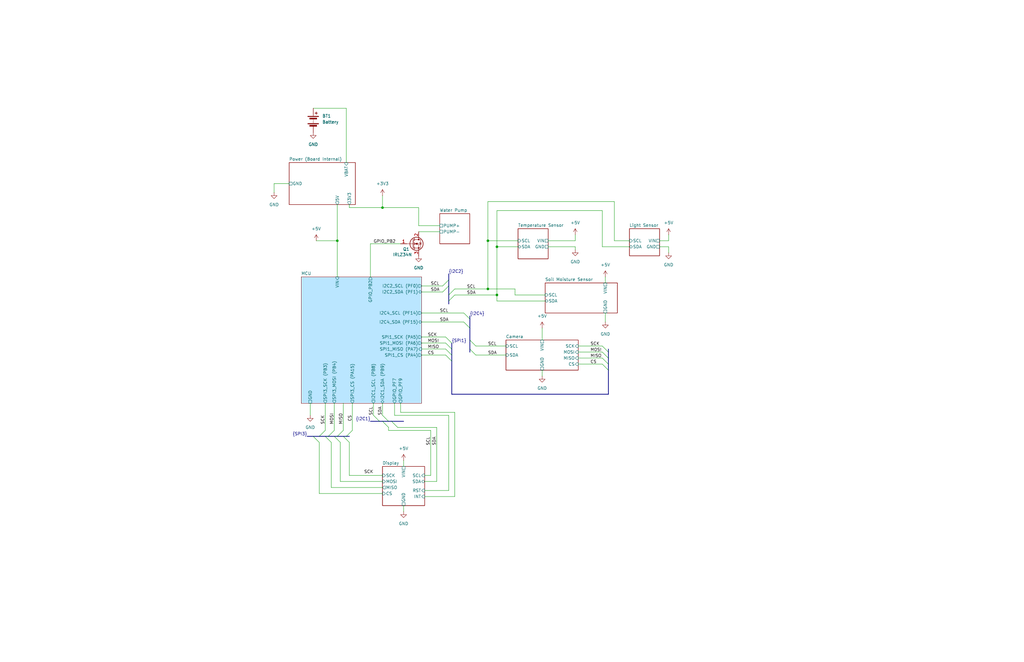
<source format=kicad_sch>
(kicad_sch (version 20231120) (generator "eeschema") (generator_version "8.0")
  (paper "B")
  (title_block (title "Smart Plant Pot") (rev "0.1") (company "Ege Turan") (comment 2 "Stanford, CA 94305") (comment 3 "Electrical Engineering Department") (comment 4 "Stanford University"))
  (lib_symbols
    (symbol "Device:Battery" (pin_numbers hide) (pin_names (offset 0) hide)
      (property "Reference" "BT" (at 2.54 2.54 0))
      (property "Value" "Battery" (at 2.54 0 0))
      (symbol "Battery_0_1"
        (rectangle (start -2.286 -1.27) (end 2.286 -1.524) (fill (type outline)))
        (rectangle (start -2.286 1.778) (end 2.286 1.524) (fill (type outline)))
        (rectangle (start -1.524 -2.032) (end 1.524 -2.54) (fill (type outline)))
        (rectangle (start -1.524 1.016) (end 1.524 0.508) (fill (type outline)))
        (polyline (pts (xy 0 -1.016) (xy 0 -0.762)))
        (polyline (pts (xy 0 -0.508) (xy 0 -0.254)))
        (polyline (pts (xy 0 0) (xy 0 0.254)))
        (polyline (pts (xy 0 1.778) (xy 0 2.54)))
        (polyline (pts (xy 0.762 3.048) (xy 1.778 3.048)) (stroke (width 0.254)))
        (polyline (pts (xy 1.27 3.556) (xy 1.27 2.54)) (stroke (width 0.254)))
      )
      (symbol "Battery_1_1"
        (pin passive line (at 0 5.08 270) (length 2.54) (name "+") (number "1"))
        (pin passive line (at 0 -5.08 90) (length 2.54) (name "-") (number "2"))
      )
    )
    (symbol "Transistor_FET:IRLZ34N" (pin_names hide)
      (property "Reference" "Q" (at 5.08 1.905 0))
      (property "Value" "IRLZ34N" (at 5.08 0 0))
      (symbol "IRLZ34N_0_1"
        (polyline (pts (xy 0.254 0) (xy -2.54 0)))
        (polyline (pts (xy 0.254 1.905) (xy 0.254 -1.905)) (stroke (width 0.254)))
        (polyline (pts (xy 0.762 -1.27) (xy 0.762 -2.286)) (stroke (width 0.254)))
        (polyline (pts (xy 0.762 0.508) (xy 0.762 -0.508)) (stroke (width 0.254)))
        (polyline (pts (xy 0.762 2.286) (xy 0.762 1.27)) (stroke (width 0.254)))
        (polyline (pts (xy 2.54 2.54) (xy 2.54 1.778)))
        (polyline (pts (xy 2.54 -2.54) (xy 2.54 0) (xy 0.762 0)))
        (polyline (pts (xy 0.762 -1.778) (xy 3.302 -1.778) (xy 3.302 1.778) (xy 0.762 1.778)))
        (polyline (pts (xy 1.016 0) (xy 2.032 0.381) (xy 2.032 -0.381) (xy 1.016 0)) (fill (type outline)))
        (polyline (pts (xy 2.794 0.508) (xy 2.921 0.381) (xy 3.683 0.381) (xy 3.81 0.254)))
        (polyline (pts (xy 3.302 0.381) (xy 2.921 -0.254) (xy 3.683 -0.254) (xy 3.302 0.381)))
        (circle (center 1.651 0) (radius 2.794) (stroke (width 0.254)))
        (circle (center 2.54 -1.778) (radius 0.254) (fill (type outline)))
        (circle (center 2.54 1.778) (radius 0.254) (fill (type outline)))
      )
      (symbol "IRLZ34N_1_1"
        (pin input line (at -5.08 0 0) (length 2.54) (name "G") (number "1"))
        (pin passive line (at 2.54 5.08 270) (length 2.54) (name "D") (number "2"))
        (pin passive line (at 2.54 -5.08 90) (length 2.54) (name "S") (number "3"))
      )
    )
    (symbol "power:+3V3" (power) (pin_numbers hide) (pin_names (offset 0) hide)
      (property "Value" "+3V3" (at 0 3.556 0))
      (symbol "+3V3_0_1"
        (polyline (pts (xy -0.762 1.27) (xy 0 2.54)))
        (polyline (pts (xy 0 0) (xy 0 2.54)))
        (polyline (pts (xy 0 2.54) (xy 0.762 1.27)))
      )
      (symbol "+3V3_1_1"
        (pin power_in line (at 0 0 90) (length 0) (name "~") (number "1"))
      )
    )
    (symbol "power:+5V" (power) (pin_numbers hide) (pin_names (offset 0) hide)
      (property "Value" "+5V" (at 0 3.556 0))
      (symbol "+5V_0_1"
        (polyline (pts (xy -0.762 1.27) (xy 0 2.54)))
        (polyline (pts (xy 0 0) (xy 0 2.54)))
        (polyline (pts (xy 0 2.54) (xy 0.762 1.27)))
      )
      (symbol "+5V_1_1"
        (pin power_in line (at 0 0 90) (length 0) (name "~") (number "1"))
      )
    )
    (symbol "power:GND" (power) (pin_numbers hide) (pin_names (offset 0) hide)
      (property "Value" "GND" (at 0 -3.81 0))
      (symbol "GND_0_1"
        (polyline (pts (xy 0 0) (xy 0 -1.27) (xy 1.27 -1.27) (xy 0 -2.54) (xy -1.27 -1.27) (xy 0 -1.27)))
      )
      (symbol "GND_1_1"
        (pin power_in line (at 0 0 270) (length 0) (name "~") (number "1"))
      )
    )
  )
  (bus_alias "" (members))
  (bus_alias "I2C1" (members "SCL" "SDA"))
  (bus_alias "I2C2" (members))
  (bus_alias "I2C4" (members))
  (bus_alias "SPI1" (members "SCK" "MOSI" "MISO" "CS"))
  (bus_alias "SPI3" (members))
  (junction (at 142.24 101.6))
  (junction (at 209.55 104.14))
  (junction (at 205.74 101.6))
  (junction (at 209.55 124.46))
  (junction (at 161.29 87.63))
  (junction (at 205.74 121.92))
  (bus_entry (at 144.78 184.15) (size 2.54 2.54))
  (bus_entry (at 161.29 175.26) (size 2.54 2.54))
  (bus_entry (at 189.23 127) (size 2.54 -2.54))
  (bus_entry (at 189.23 124.46) (size 2.54 -2.54))
  (bus_entry (at 198.12 138.43) (size -2.54 -2.54))
  (bus_entry (at 146.05 184.15) (size 2.54 -2.54))
  (bus_entry (at 142.24 184.15) (size 2.54 -2.54))
  (bus_entry (at 132.08 184.15) (size 2.54 2.54))
  (bus_entry (at 161.29 177.8) (size 2.54 2.54))
  (bus_entry (at 198.12 134.62) (size -2.54 -2.54))
  (bus_entry (at 134.62 184.15) (size 2.54 -2.54))
  (bus_entry (at 256.54 151.13) (size -2.54 -2.54))
  (bus_entry (at 186.69 120.65) (size 2.54 -2.54))
  (bus_entry (at 256.54 153.67) (size -2.54 -2.54))
  (bus_entry (at 190.5 149.86) (size -2.54 -2.54))
  (bus_entry (at 190.5 152.4) (size -2.54 -2.54))
  (bus_entry (at 138.43 184.15) (size 2.54 -2.54))
  (bus_entry (at 157.48 175.26) (size 2.54 2.54))
  (bus_entry (at 137.16 184.15) (size 2.54 2.54))
  (bus_entry (at 256.54 148.59) (size -2.54 -2.54))
  (bus_entry (at 186.69 123.19) (size 2.54 -2.54))
  (bus_entry (at 198.12 147.32) (size 2.54 2.54))
  (bus_entry (at 198.12 143.51) (size 2.54 2.54))
  (bus_entry (at 256.54 156.21) (size -2.54 -2.54))
  (bus_entry (at 140.97 184.15) (size 2.54 2.54))
  (bus_entry (at 165.1 177.8) (size 2.54 2.54))
  (bus_entry (at 190.5 144.78) (size -2.54 -2.54))
  (bus_entry (at 190.5 147.32) (size -2.54 -2.54))
  (bus (pts (xy 156.21 177.8) (xy 160.02 177.8)))
  (bus (pts (xy 189.23 115.57) (xy 189.23 118.11)))
  (wire (pts (xy 140.97 170.18) (xy 140.97 181.61)))
  (wire (pts (xy 143.51 203.2) (xy 161.29 203.2)))
  (wire (pts (xy 191.77 173.99) (xy 191.77 209.55)))
  (bus (pts (xy 190.5 147.32) (xy 190.5 149.86)))
  (wire (pts (xy 265.43 101.6) (xy 259.08 101.6)))
  (bus (pts (xy 189.23 124.46) (xy 189.23 127)))
  (bus (pts (xy 129.54 184.15) (xy 132.08 184.15)))
  (bus (pts (xy 256.54 166.37) (xy 190.5 166.37)))
  (wire (pts (xy 231.14 101.6) (xy 242.57 101.6)))
  (wire (pts (xy 177.8 120.65) (xy 186.69 120.65)))
  (bus (pts (xy 146.05 184.15) (xy 147.32 184.15)))
  (wire (pts (xy 115.57 77.47) (xy 121.92 77.47)))
  (wire (pts (xy 146.05 45.72) (xy 132.08 45.72)))
  (wire (pts (xy 209.55 124.46) (xy 209.55 104.14)))
  (wire (pts (xy 181.61 181.61) (xy 163.83 181.61)))
  (wire (pts (xy 139.7 205.74) (xy 139.7 186.69)))
  (wire (pts (xy 243.84 151.13) (xy 254 151.13)))
  (bus (pts (xy 198.12 143.51) (xy 198.12 147.32)))
  (wire (pts (xy 179.07 200.66) (xy 181.61 200.66)))
  (wire (pts (xy 144.78 170.18) (xy 144.78 181.61)))
  (wire (pts (xy 231.14 104.14) (xy 242.57 104.14)))
  (wire (pts (xy 137.16 170.18) (xy 137.16 181.61)))
  (wire (pts (xy 243.84 153.67) (xy 254 153.67)))
  (bus (pts (xy 190.5 149.86) (xy 190.5 152.4)))
  (bus (pts (xy 137.16 184.15) (xy 138.43 184.15)))
  (wire (pts (xy 228.6 156.21) (xy 228.6 158.75)))
  (wire (pts (xy 177.8 147.32) (xy 187.96 147.32)))
  (bus (pts (xy 190.5 144.78) (xy 190.5 147.32)))
  (wire (pts (xy 281.94 101.6) (xy 281.94 99.06)))
  (bus (pts (xy 256.54 153.67) (xy 256.54 156.21)))
  (wire (pts (xy 243.84 148.59) (xy 254 148.59)))
  (wire (pts (xy 278.13 104.14) (xy 281.94 104.14)))
  (bus (pts (xy 132.08 184.15) (xy 134.62 184.15)))
  (wire (pts (xy 163.83 181.61) (xy 163.83 180.34)))
  (wire (pts (xy 254 88.9) (xy 254 104.14)))
  (wire (pts (xy 242.57 104.14) (xy 242.57 105.41)))
  (wire (pts (xy 161.29 82.55) (xy 161.29 87.63)))
  (bus (pts (xy 163.83 177.8) (xy 165.1 177.8)))
  (wire (pts (xy 278.13 101.6) (xy 281.94 101.6)))
  (wire (pts (xy 209.55 127) (xy 229.87 127)))
  (wire (pts (xy 179.07 209.55) (xy 191.77 209.55)))
  (bus (pts (xy 189.23 120.65) (xy 189.23 124.46)))
  (wire (pts (xy 143.51 203.2) (xy 143.51 186.69)))
  (wire (pts (xy 176.53 87.63) (xy 176.53 95.25)))
  (wire (pts (xy 191.77 124.46) (xy 209.55 124.46)))
  (wire (pts (xy 177.8 135.89) (xy 195.58 135.89)))
  (wire (pts (xy 179.07 203.2) (xy 184.15 203.2)))
  (wire (pts (xy 147.32 200.66) (xy 161.29 200.66)))
  (bus (pts (xy 142.24 184.15) (xy 144.78 184.15)))
  (wire (pts (xy 134.62 208.28) (xy 134.62 186.69)))
  (bus (pts (xy 138.43 184.15) (xy 140.97 184.15)))
  (wire (pts (xy 189.23 175.26) (xy 189.23 207.01)))
  (wire (pts (xy 177.8 149.86) (xy 187.96 149.86)))
  (wire (pts (xy 205.74 101.6) (xy 205.74 121.92)))
  (wire (pts (xy 200.66 146.05) (xy 213.36 146.05)))
  (wire (pts (xy 170.18 194.31) (xy 170.18 196.85)))
  (wire (pts (xy 142.24 86.36) (xy 142.24 101.6)))
  (wire (pts (xy 147.32 200.66) (xy 147.32 186.69)))
  (wire (pts (xy 209.55 124.46) (xy 209.55 127)))
  (bus (pts (xy 140.97 184.15) (xy 142.24 184.15)))
  (wire (pts (xy 166.37 175.26) (xy 189.23 175.26)))
  (bus (pts (xy 198.12 147.32) (xy 198.12 148.59)))
  (bus (pts (xy 198.12 134.62) (xy 198.12 138.43)))
  (bus (pts (xy 144.78 184.15) (xy 146.05 184.15)))
  (bus (pts (xy 256.54 151.13) (xy 256.54 153.67)))
  (wire (pts (xy 161.29 170.18) (xy 161.29 175.26)))
  (bus (pts (xy 256.54 156.21) (xy 256.54 166.37)))
  (wire (pts (xy 255.27 119.38) (xy 255.27 116.84)))
  (wire (pts (xy 205.74 121.92) (xy 191.77 121.92)))
  (wire (pts (xy 134.62 208.28) (xy 161.29 208.28)))
  (wire (pts (xy 281.94 104.14) (xy 281.94 106.68)))
  (wire (pts (xy 217.17 124.46) (xy 217.17 121.92)))
  (wire (pts (xy 166.37 170.18) (xy 166.37 175.26)))
  (wire (pts (xy 156.21 116.84) (xy 156.21 102.87)))
  (bus (pts (xy 190.5 152.4) (xy 190.5 166.37)))
  (wire (pts (xy 177.8 132.08) (xy 195.58 132.08)))
  (bus (pts (xy 134.62 184.15) (xy 137.16 184.15)))
  (wire (pts (xy 228.6 138.43) (xy 228.6 143.51)))
  (wire (pts (xy 148.59 170.18) (xy 148.59 181.61)))
  (bus (pts (xy 256.54 148.59) (xy 256.54 151.13)))
  (wire (pts (xy 255.27 132.08) (xy 255.27 135.89)))
  (wire (pts (xy 142.24 101.6) (xy 142.24 116.84)))
  (wire (pts (xy 181.61 181.61) (xy 181.61 200.66)))
  (wire (pts (xy 146.05 45.72) (xy 146.05 68.58)))
  (wire (pts (xy 254 104.14) (xy 265.43 104.14)))
  (bus (pts (xy 189.23 118.11) (xy 189.23 120.65)))
  (wire (pts (xy 170.18 213.36) (xy 170.18 215.9)))
  (wire (pts (xy 254 88.9) (xy 209.55 88.9)))
  (bus (pts (xy 165.1 177.8) (xy 170.18 177.8)))
  (wire (pts (xy 177.8 144.78) (xy 187.96 144.78)))
  (wire (pts (xy 205.74 85.09) (xy 205.74 101.6)))
  (wire (pts (xy 229.87 124.46) (xy 217.17 124.46)))
  (wire (pts (xy 209.55 88.9) (xy 209.55 104.14)))
  (bus (pts (xy 256.54 147.32) (xy 256.54 148.59)))
  (wire (pts (xy 184.15 203.2) (xy 184.15 180.34)))
  (wire (pts (xy 168.91 173.99) (xy 168.91 170.18)))
  (wire (pts (xy 200.66 149.86) (xy 213.36 149.86)))
  (wire (pts (xy 176.53 95.25) (xy 185.42 95.25)))
  (bus (pts (xy 198.12 138.43) (xy 198.12 143.51)))
  (wire (pts (xy 130.81 170.18) (xy 130.81 175.26)))
  (wire (pts (xy 259.08 85.09) (xy 205.74 85.09)))
  (wire (pts (xy 139.7 205.74) (xy 161.29 205.74)))
  (wire (pts (xy 147.32 87.63) (xy 161.29 87.63)))
  (bus (pts (xy 198.12 133.35) (xy 198.12 134.62)))
  (wire (pts (xy 147.32 86.36) (xy 147.32 87.63)))
  (wire (pts (xy 133.35 101.6) (xy 142.24 101.6)))
  (wire (pts (xy 115.57 81.28) (xy 115.57 77.47)))
  (wire (pts (xy 218.44 101.6) (xy 205.74 101.6)))
  (wire (pts (xy 191.77 173.99) (xy 168.91 173.99)))
  (wire (pts (xy 209.55 104.14) (xy 218.44 104.14)))
  (wire (pts (xy 259.08 101.6) (xy 259.08 85.09)))
  (wire (pts (xy 179.07 207.01) (xy 189.23 207.01)))
  (wire (pts (xy 156.21 102.87) (xy 168.91 102.87)))
  (wire (pts (xy 177.8 142.24) (xy 187.96 142.24)))
  (wire (pts (xy 167.64 180.34) (xy 184.15 180.34)))
  (bus (pts (xy 161.29 177.8) (xy 163.83 177.8)))
  (wire (pts (xy 242.57 101.6) (xy 242.57 99.06)))
  (wire (pts (xy 176.53 97.79) (xy 185.42 97.79)))
  (bus (pts (xy 160.02 177.8) (xy 161.29 177.8)))
  (wire (pts (xy 157.48 170.18) (xy 157.48 175.26)))
  (bus (pts (xy 189.23 127) (xy 189.23 128.27)))
  (wire (pts (xy 177.8 123.19) (xy 186.69 123.19)))
  (wire (pts (xy 217.17 121.92) (xy 205.74 121.92)))
  (wire (pts (xy 243.84 146.05) (xy 254 146.05)))
  (wire (pts (xy 161.29 87.63) (xy 176.53 87.63)))
  (label "MOSI" (at 180.34 144.78 0))
  (label "SCK" (at 180.34 142.24 0))
  (label "{SPI1}" (at 190.5 144.78 0))
  (label "SCL" (at 205.74 146.05 0))
  (label "CS" (at 148.59 177.8 90))
  (label "SCL" (at 196.85 121.92 0))
  (label "SDA" (at 185.42 135.89 0))
  (label "GPIO_PB2" (at 157.48 102.87 0))
  (label "MISO" (at 144.78 179.07 90))
  (label "{I2C4}" (at 198.12 133.35 0))
  (label "SDA" (at 205.74 149.86 0))
  (label "MISO" (at 248.92 151.13 0))
  (label "CS" (at 248.92 153.67 0))
  (label "{I2C1}" (at 156.21 177.8 180))
  (label "MISO" (at 180.34 147.32 0))
  (label "SCL" (at 185.42 132.08 0))
  (label "{SPI3}" (at 129.54 184.15 180))
  (label "MOSI" (at 140.97 179.07 90))
  (label "SCL" (at 157.48 175.26 90))
  (label "SDA" (at 161.29 175.26 90))
  (label "{I2C2}" (at 189.23 115.57 0))
  (label "SCK" (at 153.5034 200.0979 0))
  (label "SCK" (at 248.92 146.05 0))
  (label "SDA" (at 181.61 123.19 0))
  (label "SCL" (at 181.61 120.65 0))
  (label "SCL" (at 181.61 187.96 90))
  (label "CS" (at 180.34 149.86 0))
  (label "SCK" (at 137.16 179.07 90))
  (label "MOSI" (at 248.92 148.59 0))
  (label "SDA" (at 196.85 124.46 0))
  (label "SDA" (at 184.15 187.96 90))
  (symbol (lib_id "power:+5V") (at 133.35 101.6 0) (unit 1)
    (property "Reference" "#PWR024" (effects (hide yes)))
    (property "Value" "+5V" (at 133.35 96.52 0))
    (property "Description" "Power symbol creates a global label with name \"+5V\"" (effects (hide yes)))
  )
  (symbol (lib_id "power:GND") (at 130.81 175.26 0) (unit 1)
    (property "Reference" "#PWR026" (effects (hide yes)))
    (property "Value" "GND" (at 130.81 180.34 0))
    (property "Description" "Power symbol creates a global label with name \"GND\" , ground" (effects (hide yes)))
  )
  (symbol (lib_id "power:+5V") (at 170.18 194.31 0) (unit 1)
    (property "Reference" "#PWR030" (effects (hide yes)))
    (property "Value" "+5V" (at 170.18 189.23 0))
    (property "Description" "Power symbol creates a global label with name \"+5V\"" (effects (hide yes)))
  )
  (symbol (lib_id "power:GND") (at 228.6 158.75 0) (unit 1)
    (property "Reference" "#PWR029" (effects (hide yes)))
    (property "Value" "GND" (at 228.6 163.83 0))
    (property "Description" "Power symbol creates a global label with name \"GND\" , ground" (effects (hide yes)))
  )
  (symbol (lib_id "power:GND") (at 115.57 81.28 0) (unit 1)
    (property "Reference" "#PWR025" (effects (hide yes)))
    (property "Value" "GND" (at 115.57 86.36 0))
    (property "Description" "Power symbol creates a global label with name \"GND\" , ground" (effects (hide yes)))
  )
  (symbol (lib_id "power:GND") (at 281.94 106.68 0) (unit 1)
    (property "Reference" "#PWR021" (effects (hide yes)))
    (property "Value" "GND" (at 281.94 111.76 0))
    (property "Description" "Power symbol creates a global label with name \"GND\" , ground" (effects (hide yes)))
  )
  (symbol (lib_id "power:+5V") (at 281.94 99.06 0) (unit 1)
    (property "Reference" "#PWR017" (effects (hide yes)))
    (property "Value" "+5V" (at 281.94 93.98 0))
    (property "Description" "Power symbol creates a global label with name \"+5V\"" (effects (hide yes)))
  )
  (symbol (lib_id "power:+3V3") (at 161.29 82.55 0) (unit 1)
    (property "Reference" "#PWR02" (effects (hide yes)))
    (property "Value" "+3V3" (at 161.29 77.47 0))
    (property "Description" "Power symbol creates a global label with name \"+3V3\"" (effects (hide yes)))
  )
  (symbol (lib_id "power:+5V") (at 255.27 116.84 0) (unit 1)
    (property "Reference" "#PWR022" (effects (hide yes)))
    (property "Value" "+5V" (at 255.27 111.76 0))
    (property "Description" "Power symbol creates a global label with name \"+5V\"" (effects (hide yes)))
  )
  (symbol (lib_id "power:GND") (at 132.08 55.88 0) (unit 1)
    (property "Reference" "#PWR023" (effects (hide yes)))
    (property "Value" "GND" (at 132.08 60.96 0))
    (property "Description" "Power symbol creates a global label with name \"GND\" , ground" (effects (hide yes)))
  )
  (symbol (lib_id "power:GND") (at 242.57 105.41 0) (unit 1)
    (property "Reference" "#PWR016" (effects (hide yes)))
    (property "Value" "GND" (at 242.57 110.49 0))
    (property "Description" "Power symbol creates a global label with name \"GND\" , ground" (effects (hide yes)))
  )
  (symbol (lib_id "power:GND") (at 170.18 215.9 0) (unit 1)
    (property "Reference" "#PWR031" (effects (hide yes)))
    (property "Value" "GND" (at 170.18 220.98 0))
    (property "Description" "Power symbol creates a global label with name \"GND\" , ground" (effects (hide yes)))
  )
  (symbol (lib_id "Device:Battery") (at 132.08 50.8 0) (unit 1)
    (property "Reference" "BT1" (at 135.89 48.9584 0) (effects (justify left)))
    (property "Value" "Battery" (at 135.89 51.4984 0) (effects (justify left)))
    (property "Description" "Multiple-cell battery" (effects (hide yes)))
  )
  (symbol (lib_id "power:GND") (at 176.53 107.95 0) (unit 1)
    (property "Reference" "#PWR01" (effects (hide yes)))
    (property "Value" "GND" (at 176.53 113.03 0))
    (property "Description" "Power symbol creates a global label with name \"GND\" , ground" (effects (hide yes)))
  )
  (symbol (lib_id "power:GND") (at 255.27 135.89 0) (unit 1)
    (property "Reference" "#PWR027" (effects (hide yes)))
    (property "Value" "GND" (at 255.27 140.97 0))
    (property "Description" "Power symbol creates a global label with name \"GND\" , ground" (effects (hide yes)))
  )
  (symbol (lib_id "power:+5V") (at 228.6 138.43 0) (unit 1)
    (property "Reference" "#PWR028" (effects (hide yes)))
    (property "Value" "+5V" (at 228.6 133.35 0))
    (property "Description" "Power symbol creates a global label with name \"+5V\"" (effects (hide yes)))
  )
  (symbol (lib_id "power:+5V") (at 242.57 99.06 0) (unit 1)
    (property "Reference" "#PWR03" (effects (hide yes)))
    (property "Value" "+5V" (at 242.57 93.98 0))
    (property "Description" "Power symbol creates a global label with name \"+5V\"" (effects (hide yes)))
  )
  (symbol (lib_id "Transistor_FET:IRLZ34N") (at 173.99 102.87 0) (unit 1)
    (property "Reference" "Q1" (at 169.926 105.156 0) (effects (justify left)))
    (property "Value" "IRLZ34N" (at 165.608 107.442 0) (effects (justify left)))
    (property "Footprint" "Package_TO_SOT_THT:TO-220-3_Vertical" (effects (hide yes)))
    (property "Datasheet" "http://www.infineon.com/dgdl/irlz34npbf.pdf?fileId=5546d462533600a40153567206892720" (effects (hide yes)))
    (property "Description" "30A Id, 55V Vds, 35mOhm Rds, N-Channel HEXFET Power MOSFET, TO-220AB" (effects (hide yes)))
  )
  (sheet (at 218.44 96.52) (size 12.7 12.7) (stroke (width 0.1524))
    (property "Sheetname" "Temperature Sensor" (at 218.44 95.8084 0) (effects (justify left bottom)))
    (property "Sheetfile" "tempsensor.kicad_sch" (effects (hide yes)))
    (pin "SCL" input (at 218.44 101.6 180))
    (pin "SDA" bidirectional (at 218.44 104.14 180))
    (pin "GND" passive (at 231.14 104.14 0))
    (pin "VIN" passive (at 231.14 101.6 0))
  )
  (sheet (at 127 116.84) (size 50.8 53.34) (stroke (width 0.1524)) (fill (color 186 230 255 1.0000))
    (property "Sheetname" "MCU" (at 127 116.1284 0) (effects (justify left bottom)))
    (property "Sheetfile" "mcu.kicad_sch" (effects (hide yes)))
    (pin "I2C1_SDA (PB9)" bidirectional (at 161.29 170.18 270))
    (pin "I2C2_SCL (PF0)" output (at 177.8 120.65 0))
    (pin "I2C2_SDA (PF1)" bidirectional (at 177.8 123.19 0))
    (pin "I2C1_SCL (PB8)" output (at 157.48 170.18 270))
    (pin "I2C4_SCL (PF14)" output (at 177.8 132.08 0))
    (pin "SPI1_CS (PA4)" output (at 177.8 149.86 0))
    (pin "SPI1_MOSI (PA6)" output (at 177.8 144.78 0))
    (pin "SPI1_SCK (PA5)" output (at 177.8 142.24 0))
    (pin "SPI1_MISO (PA7)" input (at 177.8 147.32 0))
    (pin "SPI3_SCK (PB3)" output (at 137.16 170.18 270))
    (pin "SPI3_MOSI (PB4)" output (at 140.97 170.18 270))
    (pin "GPIO_PF7" output (at 166.37 170.18 270))
    (pin "GPIO_PF9" output (at 168.91 170.18 270))
    (pin "GPIO_PB2" output (at 156.21 116.84 90))
    (pin "SPI3_CS (PA15)" output (at 148.59 170.18 270))
    (pin "GND" passive (at 130.81 170.18 270))
    (pin "I2C4_SDA (PF15)" bidirectional (at 177.8 135.89 0))
    (pin "VIN" input (at 142.24 116.84 90))
  )
  (sheet (at 185.42 90.17) (size 12.7 12.7) (stroke (width 0.1524))
    (property "Sheetname" "Water Pump" (at 185.42 89.4584 0) (effects (justify left bottom)))
    (property "Sheetfile" "pump.kicad_sch" (effects (hide yes)))
    (pin "PUMP+" passive (at 185.42 95.25 180))
    (pin "PUMP-" passive (at 185.42 97.79 180))
  )
  (sheet (at 229.87 119.38) (size 30.48 12.7) (stroke (width 0.1524))
    (property "Sheetname" "Soil Moisture Sensor" (at 229.87 118.6684 0) (effects (justify left bottom)))
    (property "Sheetfile" "soilMoisture.kicad_sch" (effects (hide yes)))
    (pin "SDA" bidirectional (at 229.87 127 180))
    (pin "SCL" input (at 229.87 124.46 180))
    (pin "VIN" passive (at 255.27 119.38 90))
    (pin "GND" passive (at 255.27 132.08 270))
  )
  (sheet (at 265.43 96.52) (size 12.7 11.43) (stroke (width 0.1524))
    (property "Sheetname" "Light Sensor" (at 265.43 95.8084 0) (effects (justify left bottom)))
    (property "Sheetfile" "lightsensor.kicad_sch" (effects (hide yes)))
    (pin "SDA" bidirectional (at 265.43 104.14 180))
    (pin "SCL" input (at 265.43 101.6 180))
    (pin "VIN" passive (at 278.13 101.6 0))
    (pin "GND" passive (at 278.13 104.14 0))
  )
  (sheet (at 121.92 68.58) (size 27.94 17.78) (stroke (width 0.1524))
    (property "Sheetname" "Power (Board Internal)" (at 121.92 67.8684 0) (effects (justify left bottom)))
    (property "Sheetfile" "power.kicad_sch" (effects (hide yes)))
    (pin "GND" passive (at 121.92 77.47 180))
    (pin "3V3" output (at 147.32 86.36 270))
    (pin "5V" output (at 142.24 86.36 270))
    (pin "VBAT" input (at 146.05 68.58 90))
  )
  (sheet (at 213.36 143.51) (size 30.48 12.7) (stroke (width 0.1524))
    (property "Sheetname" "Camera" (at 213.36 142.7984 0) (effects (justify left bottom)))
    (property "Sheetfile" "cam.kicad_sch" (effects (hide yes)))
    (pin "SCL" input (at 213.36 146.05 180))
    (pin "SCK" input (at 243.84 146.05 0))
    (pin "SDA" input (at 213.36 149.86 180))
    (pin "MOSI" input (at 243.84 148.59 0))
    (pin "MISO" input (at 243.84 151.13 0))
    (pin "CS" input (at 243.84 153.67 0))
    (pin "VIN" passive (at 228.6 143.51 90))
    (pin "GND" passive (at 228.6 156.21 270))
  )
  (sheet (at 161.29 196.85) (size 17.78 16.51) (stroke (width 0.1524))
    (property "Sheetname" "Display" (at 161.29 196.1384 0) (effects (justify left bottom)))
    (property "Sheetfile" "display.kicad_sch" (effects (hide yes)))
    (pin "CS" input (at 161.29 208.28 180))
    (pin "MOSI" input (at 161.29 203.2 180))
    (pin "MISO" output (at 161.29 205.74 180))
    (pin "SCK" input (at 161.29 200.66 180))
    (pin "SCL" input (at 179.07 200.66 0))
    (pin "SDA" bidirectional (at 179.07 203.2 0))
    (pin "VIN" passive (at 170.18 196.85 90))
    (pin "GND" passive (at 170.18 213.36 270))
    (pin "RST" input (at 179.07 207.01 0))
    (pin "INT" input (at 179.07 209.55 0))
  )
)
</source>
